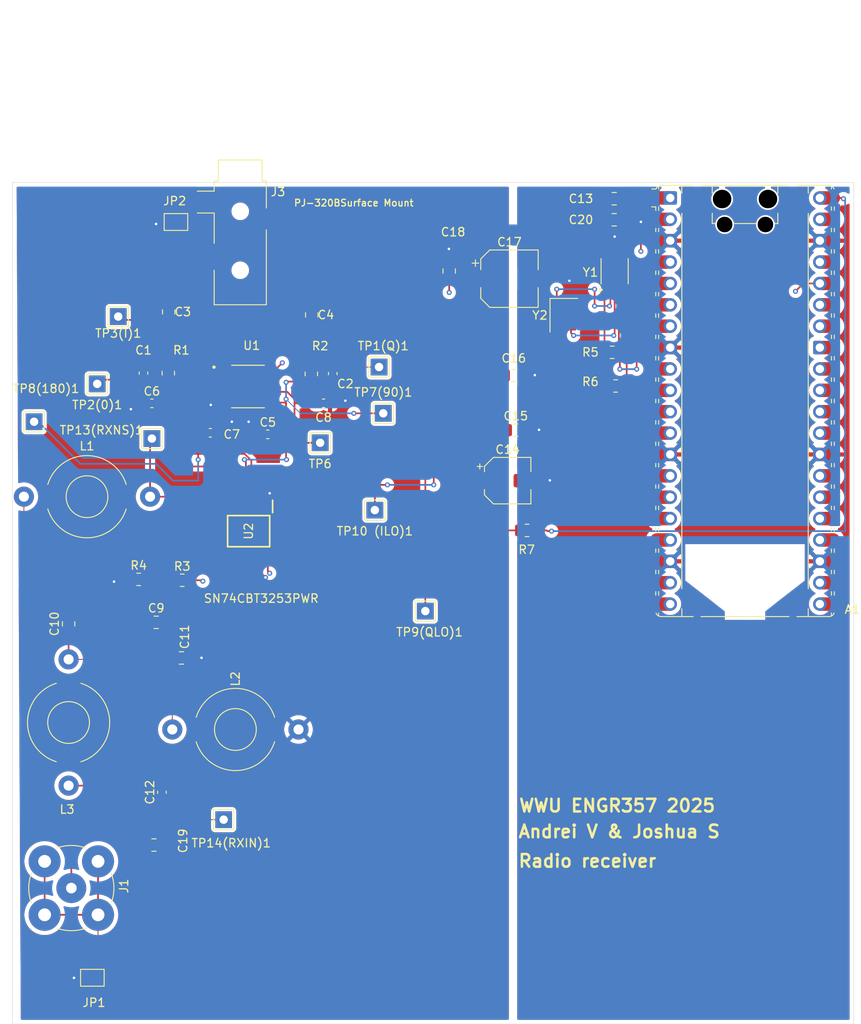
<source format=kicad_pcb>
(kicad_pcb (version 20241229) (generator "pcbnew") (generator_version "9.0")
  (layers (0 "F.Cu" signal) (4 "In1.Cu" signal) (6 "In2.Cu" signal) (2 "B.Cu" signal) (13 "F.Paste" user) (15 "B.Paste" user) (5 "F.SilkS" user "F.Silkscreen") (7 "B.SilkS" user "B.Silkscreen") (1 "F.Mask" user) (3 "B.Mask" user) (25 "Edge.Cuts" user))
  (net 0 "")
  (net 1 "Smoothed 5V")
  (net 2 "GND")
  (net 24 "+3.3V")
  (net 30 "GPIO2")
  (net 31 "GPIO3")
  (net 32 "+5V")
  (net 35 "Net-(U1-1OUT)")
  (net 36 "Net-(U1-1IN-)")
  (net 37 "Net-(U1-2OUT)")
  (net 38 "Net-(U1-2IN-)")
  (net 39 "I")
  (net 40 "Q")
  (net 41 "Net-(U1-1IN+)")
  (net 42 "Net-(U1-2IN+)")
  (net 43 "Net-(C10-Pad1)")
  (net 44 "Net-(C10-Pad2)")
  (net 45 "Net-(J1-In)")
  (net 46 "Net-(C12-Pad2)")
  (net 47 "Net-(Y1-XB)")
  (net 48 "Net-(Y1-XA)")
  (net 49 "Net-(C12-Pad1)")
  (net 50 "Net-(J1-Ext)")
  (net 51 "Net-(JP2-B)")
  (net 83 "Net-(U2-1A)")
  (net 84 "Net-(U2-S0)")
  (net 85 "Net-(U2-S1)")
  (footprint "Resistor_SMD:R_0805_2012Metric" (layer "F.Cu") (at 32.1775 59.2675)
    (property "Reference" "R3")
    (property "Value" "10k")
  )
  (footprint "Resistor_SMD:R_0805_2012Metric" (layer "F.Cu") (at 73.1625 53.345 180)
    (property "Reference" "R7")
    (property "Value" "10")
  )
  (footprint "TestPoint:TestPoint_THTPad_2.0x2.0mm_Drill1.0mm" (layer "F.Cu") (at 14.575 40.4325)
    (property "Reference" "TP8(180)1")
    (property "Value" "TestPoint")
  )
  (footprint "Capacitor_SMD:C_0805_2012Metric" (layer "F.Cu") (at 18.675 64.445 90)
    (property "Reference" "C10")
    (property "Value" "510pF")
  )
  (footprint "Capacitor_SMD:C_0805_2012Metric" (layer "F.Cu") (at 28.82 90.73)
    (property "Reference" "C19")
    (property "Value" "100nF")
  )
  (footprint "Capacitor_SMD:C_0603_1608Metric" (layer "F.Cu") (at 42.35 41.9325)
    (property "Reference" "C5")
    (property "Value" "6.8nF")
  )
  (footprint "Resistor_SMD:R_0805_2012Metric" (layer "F.Cu") (at 47.525 34.7475 -90)
    (property "Reference" "R2")
    (property "Value" "250")
  )
  (footprint "Jumper:SolderJumper-2_P1.3mm_Open_Pad1.0x1.5mm" (layer "F.Cu") (at 31.435 16.7)
    (property "Reference" "JP2")
    (property "Value" "Jumper_2_Open")
  )
  (footprint "Jumper:SolderJumper-2_P1.3mm_Open_Pad1.0x1.5mm" (layer "F.Cu") (at 21.5 106.5 180)
    (property "Reference" "JP1")
    (property "Value" "Jumper_2_Open")
  )
  (footprint "TestPoint:TestPoint_THTPad_2.0x2.0mm_Drill1.0mm" (layer "F.Cu") (at 55.575 33.9325 -90)
    (property "Reference" "TP1(Q)1")
    (property "Value" "TestPoint")
  )
  (footprint "TestPoint:TestPoint_THTPad_2.0x2.0mm_Drill1.0mm" (layer "F.Cu") (at 56.075 39.4325)
    (property "Reference" "TP7(90)1")
    (property "Value" "TestPoint")
  )
  (footprint "Inductor_THT:L_Toroid_Horizontal_D9.5mm_P15.00mm_Diameter10-5mm_Amidon-T37" (layer "F.Cu") (at 31 77)
    (property "Reference" "L2")
    (property "Value" "1.5uH")
  )
  (footprint "Capacitor_SMD:C_0603_1608Metric" (layer "F.Cu") (at 28.575 38.2475)
    (property "Reference" "C6")
    (property "Value" "6.8nF")
  )
  (footprint "Capacitor_SMD:C_0805_2012Metric" (layer "F.Cu") (at 71.825 41.4325)
    (property "Reference" "C15")
    (property "Value" "10uF")
  )
  (footprint "Connector_Audio:Jack_3.5mm_CUI_SJ-3523-SMT_Horizontal" (layer "F.Cu") (at 39.075 17.9325)
    (property "Reference" "J3")
    (property "Value" "PJ-320BSurface Mount")
  )
  (footprint "Capacitor_SMD:C_0603_1608Metric" (layer "F.Cu") (at 48.975 38.2475 180)
    (property "Reference" "C8")
    (property "Value" "6.8nF")
  )
  (footprint "TestPoint:TestPoint_THTPad_2.0x2.0mm_Drill1.0mm" (layer "F.Cu") (at 24.575 27.9325 180)
    (property "Reference" "TP3(I)1")
    (property "Value" "TestPoint")
  )
  (footprint "Capacitor_SMD:C_0805_2012Metric" (layer "F.Cu") (at 30.575 27.3825 -90)
    (property "Reference" "C3")
    (property "Value" "1uF")
  )
  (footprint "Capacitor_SMD:C_0603_1608Metric" (layer "F.Cu") (at 27.575 34.6575 -90)
    (property "Reference" "C1")
    (property "Value" "6.8nF")
  )
  (footprint "Resistor_SMD:R_0805_2012Metric" (layer "F.Cu") (at 83.695 36.1825 180)
    (property "Reference" "R6")
    (property "Value" "4.7k")
  )
  (footprint "Capacitor_SMD:CP_Elec_6.3x5.4" (layer "F.Cu") (at 71.075 23.4325)
    (property "Reference" "C17")
    (property "Value" "220uF")
  )
  (footprint "TestPoint:TestPoint_THTPad_2.0x2.0mm_Drill1.0mm" (layer "F.Cu") (at 61.075 62.9325 180)
    (property "Reference" "TP9(QLO)1")
    (property "Value" "TestPoint")
  )
  (footprint "Capacitor_SMD:C_0805_2012Metric" (layer "F.Cu") (at 83.525 16.4325 180)
    (property "Reference" "C13")
    (property "Value" "22pF")
  )
  (footprint "Resistor_SMD:R_0805_2012Metric" (layer "F.Cu") (at 27.0025 59.1625)
    (property "Reference" "R4")
    (property "Value" "10k")
  )
  (footprint "TestPoint:TestPoint_THTPad_2.0x2.0mm_Drill1.0mm" (layer "F.Cu") (at 55.075 50.9325 180)
    (property "Reference" "TP10 (ILO)1")
    (property "Value" "TestPoint")
  )
  (footprint "Capacitor_SMD:C_0805_2012Metric" (layer "F.Cu") (at 29.09 64.2675)
    (property "Reference" "C9")
    (property "Value" "100nF")
  )
  (footprint "Inductor_THT:L_Toroid_Horizontal_D9.5mm_P15.00mm_Diameter10-5mm_Amidon-T37" (layer "F.Cu") (at 18.675 83.67 90)
    (property "Reference" "L3")
    (property "Value" "330nH")
  )
  (footprint "TestPoint:TestPoint_THTPad_2.0x2.0mm_Drill1.0mm" (layer "F.Cu") (at 48.575 42.9325 180)
    (property "Reference" "TP6")
    (property "Value" "TestPoint")
  )
  (footprint "Capacitor_SMD:C_0603_1608Metric" (layer "F.Cu") (at 50.075 34.7075 -90)
    (property "Reference" "C2")
    (property "Value" "6.8nF")
  )
  (footprint "SN74CBT3253CPWR:SOP65P640X120-16N" (layer "F.Cu") (at 40.075 53.4325 -90)
    (property "Reference" "U2")
    (property "Value" "SN74CBT3253PWR")
  )
  (footprint "Resistor_SMD:R_0805_2012Metric" (layer "F.Cu") (at 83.2825 32.1825 180)
    (property "Reference" "R5")
    (property "Value" "4.7k")
  )
  (footprint "TestPoint:TestPoint_THTPad_2.0x2.0mm_Drill1.0mm" (layer "F.Cu") (at 28.575 42.4325 180)
    (property "Reference" "TP13(RXNS)1")
    (property "Value" "TestPoint")
  )
  (footprint "Package_SO:MSOP-10_3x3mm_P0.5mm" (layer "F.Cu") (at 83.575 22.545 90)
    (property "Reference" "Y1")
    (property "Value" "MS5351M")
  )
  (footprint "Capacitor_SMD:C_0603_1608Metric" (layer "F.Cu") (at 35.525 41.7475 180)
    (property "Reference" "C7")
    (property "Value" "6.8nF")
  )
  (footprint "Capacitor_SMD:C_0805_2012Metric" (layer "F.Cu") (at 47.575 27.7375 -90)
    (property "Reference" "C4")
    (property "Value" "1uF")
  )
  (footprint "Capacitor_SMD:C_0603_1608Metric" (layer "F.Cu") (at 29.77 84.455 90)
    (property "Reference" "C12")
    (property "Value" "1.6nF")
  )
  (footprint "Inductor_THT:L_Toroid_Horizontal_D9.5mm_P15.00mm_Diameter10-5mm_Amidon-T37" (layer "F.Cu") (at 13.36 49.3375)
    (property "Reference" "L1")
    (property "Value" "1uH")
  )
  (footprint "Capacitor_SMD:C_0805_2012Metric" (layer "F.Cu") (at 63.9125 22.52 90)
    (property "Reference" "C18")
    (property "Value" "100nF" (hide yes))
  )
  (footprint "NE5532DR:SOIC127P599X175-8N" (layer "F.Cu") (at 39.995 36.2475)
    (property "Reference" "U1")
    (property "Value" "TLV2172IDR")
  )
  (footprint "TestPoint:TestPoint_THTPad_2.0x2.0mm_Drill1.0mm" (layer "F.Cu") (at 37.105 87.715 -90)
    (property "Reference" "TP14(RXIN)1")
    (property "Value" "TestPoint")
  )
  (footprint "Capacitor_SMD:C_0805_2012Metric" (layer "F.Cu") (at 83.525 13.9325 180)
    (property "Reference" "C20")
    (property "Value" "100nF")
  )
  (footprint "Capacitor_SMD:CP_Elec_5x5.4" (layer "F.Cu") (at 70.8625 47.4325)
    (property "Reference" "C14")
    (property "Value" "100uF")
  )
  (footprint "Crystal:Crystal_SMD_TXC_7M-4Pin_3.2x2.5mm" (layer "F.Cu") (at 77.545 27.7825 -90)
    (property "Reference" "Y2")
    (property "Value" "XC322525MOB4SA-18" (hide yes))
  )
  (footprint "Resistor_SMD:R_0805_2012Metric" (layer "F.Cu") (at 30.525 34.66 -90)
    (property "Reference" "R1")
    (property "Value" "250")
  )
  (footprint "Module:RaspberryPi_Pico_Common_Unspecified" (layer "F.Cu") (at 99.075 37.97)
    (property "Reference" "A1")
    (property "Value" "RaspberryPi_Pico")
  )
  (footprint "Capacitor_SMD:C_0805_2012Metric" (layer "F.Cu") (at 71.575 34.9325)
    (property "Reference" "C16")
    (property "Value" "100nF")
  )
  (footprint "Connector_Coaxial:BNC_TEConnectivity_1478204_Vertical" (layer "F.Cu") (at 19 95.845 -90)
    (property "Reference" "J1")
    (property "Value" "Conn_Coaxial")
  )
  (footprint "TestPoint:TestPoint_THTPad_2.0x2.0mm_Drill1.0mm" (layer "F.Cu") (at 22.075 35.9325 180)
    (property "Reference" "TP2(0)1")
    (property "Value" "TestPoint")
  )
  (footprint "Capacitor_SMD:C_0805_2012Metric" (layer "F.Cu") (at 32.09 68.5)
    (property "Reference" "C11")
    (property "Value" "360pF")
  )
  (gr_line (start 112 112) (end 12 112) (stroke (width 0.05)) (layer "Edge.Cuts"))
  (gr_line (start 12 12) (end 112 12) (stroke (width 0.05)) (layer "Edge.Cuts"))
  (gr_line (start 112 12) (end 112 112) (stroke (width 0.05)) (layer "Edge.Cuts"))
  (gr_line (start 12 112) (end 12 12) (stroke (width 0.05)) (layer "Edge.Cuts"))
  (gr_text "Radio receiver" (at 72 93.5 0) (layer "F.SilkS") (effects (font (size 1.5 1.5) (thickness 0.3) (bold yes)) (justify left bottom)))
  (gr_text "WWU ENGR357 2025" (at 72.075 86.9325 0) (layer "F.SilkS") (effects (font (size 1.5 1.5) (thickness 0.3) (bold yes)) (justify left bottom)))
  (gr_text "Andrei V & Joshua S" (at 72 90 0) (layer "F.SilkS") (effects (font (size 1.5 1.5) (thickness 0.3) (bold yes)) (justify left bottom)))
  (segment (start 33.09 59.2675) (end 33.09 61.2175) (width 0.2) (layer "F.Cu") (net 1))
  (segment (start 68.4125 34.9325) (end 70.625 34.9325) (width 0.2) (layer "F.Cu") (net 1))
  (segment (start 42.35 58.2075) (end 42.575 58.4325) (width 0.2) (layer "F.Cu") (net 1))
  (segment (start 33.09 59.2675) (end 33.09 59.33) (width 0.2) (layer "F.Cu") (net 1))
  (segment (start 68.6625 41.4325) (end 70.875 41.4325) (width 0.2) (layer "F.Cu") (net 1))
  (segment (start 42.465 34.3425) (end 43.165 34.3425) (width 0.2) (layer "F.Cu") (net 1))
  (segment (start 70.625 40.7075) (end 70.625 34.9325) (width 0.2) (layer "F.Cu") (net 1))
  (segment (start 33.09 59.2675) (end 34.5275 59.2675) (width 0.2) (layer "F.Cu") (net 1))
  (segment (start 68.6625 52.52) (end 68.6625 47.4325) (width 0.2) (layer "F.Cu") (net 1))
  (segment (start 33.09 61.2175) (end 30.04 64.2675) (width 0.2) (layer "F.Cu") (net 1))
  (segment (start 68.4125 23.57) (end 68.275 23.4325) (width 0.2) (layer "F.Cu") (net 1))
  (segment (start 70.875 41.4325) (end 70.875 40.9575) (width 0.2) (layer "F.Cu") (net 1))
  (segment (start 42.35 56.3705) (end 42.35 58.2075) (width 0.2) (layer "F.Cu") (net 1))
  (segment (start 68.275 23.4325) (end 63.95 23.4325) (width 0.2) (layer "F.Cu") (net 1))
  (segment (start 33.09 59.33) (end 33.1325 59.3725) (width 0.2) (layer "F.Cu") (net 1))
  (segment (start 68.6625 47.4325) (end 68.6625 41.4325) (width 0.2) (layer "F.Cu") (net 1))
  (segment (start 63.9125 23.47) (end 63.9125 25.07) (width 0.2) (layer "F.Cu") (net 1))
  (segment (start 68.225 23.3825) (end 68.275 23.4325) (width 0.2) (layer "F.Cu") (net 1))
  (segment (start 69.4875 53.345) (end 68.6625 52.52) (width 0.2) (layer "F.Cu") (net 1))
  (segment (start 72.25 53.345) (end 69.4875 53.345) (width 0.2) (layer "F.Cu") (net 1))
  (segment (start 70.875 40.9575) (end 70.625 40.7075) (width 0.2) (layer "F.Cu") (net 1))
  (segment (start 34.6325 59.3725) (end 34.5275 59.2675) (width 0.2) (layer "F.Cu") (net 1))
  (segment (start 68.4125 34.9325) (end 68.4125 23.57) (width 0.2) (layer "F.Cu") (net 1))
  (segment (start 63.95 23.4325) (end 63.9125 23.47) (width 0.2) (layer "F.Cu") (net 1))
  (segment (start 43.165 34.3425) (end 44.075 33.4325) (width 0.2) (layer "F.Cu") (net 1))
  (via (at 42.575 58.4325) (size 0.6) (drill 0.3) (layers "F.Cu" "B.Cu") (net 1))
  (via (at 44.075 33.4325) (size 0.6) (drill 0.3) (layers "F.Cu" "B.Cu") (net 1))
  (via (at 63.9125 25.07) (size 0.6) (drill 0.3) (layers "F.Cu" "B.Cu") (net 1))
  (via (at 34.6325 59.3725) (size 0.6) (drill 0.3) (layers "F.Cu" "B.Cu") (net 1))
  (segment (start 74.05 34.9325) (end 74.0875 34.895) (width 0.2) (layer "F.Cu") (net 2))
  (segment (start 33.96 68.5) (end 33.04 68.5) (width 0.2) (layer "F.Cu") (net 2))
  (segment (start 73.0625 47.4325) (end 75.8375 47.4325) (width 0.2) (layer "F.Cu") (net 2))
  (segment (start 83.575 20.4325) (end 83.575 18.4325) (width 0.1) (layer "F.Cu") (net 2))
  (segment (start 20.85 106.5) (end 19.33 106.5) (width 0.2) (layer "F.Cu") (net 2))
  (segment (start 41.7 58.5575) (end 42.075 58.9325) (width 0.2) (layer "F.Cu") (net 2))
  (segment (start 75.8375 47.4325) (end 75.875 47.395) (width 0.2) (layer "F.Cu") (net 2))
  (segment (start 74.55 41.4325) (end 74.5875 41.395) (width 0.2) (layer "F.Cu") (net 2))
  (segment (start 78.395 26.6825) (end 78.395 23.8825) (width 0.2) (layer "F.Cu") (net 2))
  (segment (start 24.345 59.1625) (end 24.075 59.4325) (width 0.2) (layer "F.Cu") (net 2))
  (segment (start 41.7 56.3705) (end 41.7 58.5575) (width 0.2) (layer "F.Cu") (net 2))
  (segment (start 28.14 61.73) (end 25.6775 59.2675) (width 0.2) (layer "F.Cu") (net 2))
  (segment (start 34.475 68.485) (end 33.975 68.485) (width 0.2) (layer "F.Cu") (net 2))
  (segment (start 27.625 38.2475) (end 26.76 38.2475) (width 0.2) (layer "F.Cu") (net 2))
  (segment (start 72.525 34.9325) (end 74.05 34.9325) (width 0.2) (layer "F.Cu") (net 2))
  (segment (start 26.76 38.2475) (end 26.075 38.9325) (width 0.2) (layer "F.Cu") (net 2))
  (segment (start 89.145 19.1325) (end 86.695 16.6825) (width 0.2) (layer "F.Cu") (net 2))
  (segment (start 42.35 50.4945) (end 42.35 49.1575) (width 0.2) (layer "F.Cu") (net 2))
  (segment (start 37.79 40.4325) (end 38.075 40.4325) (width 0.2) (layer "F.Cu") (net 2))
  (segment (start 63.9125 19.9325) (end 63.875 19.895) (width 0.2) (layer "F.Cu") (net 2))
  (segment (start 49.925 38.2475) (end 51.26 38.2475) (width 0.2) (layer "F.Cu") (net 2))
  (segment (start 26.09 59.1625) (end 24.345 59.1625) (width 0.2) (layer "F.Cu") (net 2))
  (segment (start 51.26 38.2475) (end 51.575 37.9325) (width 0.2) (layer "F.Cu") (net 2))
  (segment (start 82.575 16.4325) (end 82.575 13.9325) (width 0.2) (layer "F.Cu") (net 2))
  (segment (start 90.305 31.8325) (end 89.5 31.8325) (width 0.2) (layer "F.Cu") (net 2))
  (segment (start 78.395 23.8825) (end 78.195 23.6825) (width 0.2) (layer "F.Cu") (net 2))
  (segment (start 29.3075 16.7) (end 29.075 16.9325) (width 0.2) (layer "F.Cu") (net 2))
  (segment (start 42.35 49.1575) (end 42.575 48.9325) (width 0.2) (layer "F.Cu") (net 2))
  (segment (start 37.525 38.1525) (end 35.855 38.1525) (width 0.2) (layer "F.Cu") (net 2))
  (segment (start 33.975 68.485) (end 33.96 68.5) (width 0.2) (layer "F.Cu") (net 2))
  (segment (start 72.775 41.4325) (end 74.55 41.4325) (width 0.2) (layer "F.Cu") (net 2))
  (segment (start 30.785 16.7) (end 29.3075 16.7) (width 0.2) (layer "F.Cu") (net 2))
  (segment (start 90.305 19.1325) (end 89.145 19.1325) (width 0.2) (layer "F.Cu") (net 2))
  (segment (start 19.33 106.5) (end 19.315 106.515) (width 0.2) (layer "F.Cu") (net 2))
  (segment (start 40.075 40.4325) (end 41.575 41.9325) (width 0.2) (layer "F.Cu") (net 2))
  (segment (start 63.9125 21.57) (end 63.9125 19.9325) (width 0.2) (layer "F.Cu") (net 2))
  (segment (start 35.855 38.1525) (end 35.575 38.4325) (width 0.2) (layer "F.Cu") (net 2))
  (segment (start 28.14 64.2675) (end 28.14 61.73) (width 0.2) (layer "F.Cu") (net 2))
  (segment (start 36.475 41.7475) (end 37.79 40.4325) (width 0.2) (layer "F.Cu") (net 2))
  (via (at 63.875 19.895) (size 0.6) (drill 0.3) (layers "F.Cu" "B.Cu") (net 2))
  (via (at 29.075 16.9325) (size 0.6) (drill 0.3) (layers "F.Cu" "B.Cu") (net 2))
  (via (at 42.075 58.9325) (size 0.6) (drill 0.3) (layers "F.Cu" "B.Cu") (net 2))
  (via (at 26.075 38.9325) (size 0.6) (drill 0.3) (layers "F.Cu" "B.Cu") (net 2))
  (via (at 74.0875 34.895) (size 0.6) (drill 0.3) (layers "F.Cu" "B.Cu") (net 2))
  (via (at 83.575 18.4325) (size 0.6) (drill 0.3) (layers "F.Cu" "B.Cu") (net 2))
  (via (at 42.575 48.9325) (size 0.6) (drill 0.3) (layers "F.Cu" "B.Cu") (net 2))
  (via (at 51.575 37.9325) (size 0.6) (drill 0.3) (layers "F.Cu" "B.Cu") (net 2))
  (via (at 38.075 40.4325) (size 0.6) (drill 0.3) (layers "F.Cu" "B.Cu") (net 2))
  (via (at 75.875 47.395) (size 0.6) (drill 0.3) (layers "F.Cu" "B.Cu") (net 2))
  (via (at 35.575 38.4325) (size 0.6) (drill 0.3) (layers "F.Cu" "B.Cu") (net 2))
  (via (at 19.315 106.515) (size 0.6) (drill 0.3) (layers "F.Cu" "B.Cu") (net 2))
  (via (at 24.075 59.4325) (size 0.6) (drill 0.3) (layers "F.Cu" "B.Cu") (net 2))
  (via (at 78.195 23.6825) (size 0.6) (drill 0.3) (layers "F.Cu" "B.Cu") (net 2))
  (via (at 34.475 68.485) (size 0.6) (drill 0.3) (layers "F.Cu" "B.Cu") (net 2))
  (via (at 86.695 16.6825) (size 0.6) (drill 0.3) (layers "F.Cu" "B.Cu") (net 2))
  (via (at 40.075 40.4325) (size 0.6) (drill 0.3) (layers "F.Cu" "B.Cu") (net 2))
  (via (at 74.5875 41.395) (size 0.6) (drill 0.3) (layers "F.Cu" "B.Cu") (net 2))
  (segment (start 84.475 16.4325) (end 84.475 13.9325) (width 0.2) (layer "F.Cu") (net 24))
  (segment (start 84.475 17.2825) (end 84.475 16.4325) (width 0.2) (layer "F.Cu") (net 24))
  (segment (start 84.114775 17.642725) (end 84.475 17.2825) (width 0.2) (layer "F.Cu") (net 24))
  (segment (start 84.075 17.6825) (end 84.114775 17.642725) (width 0.2) (layer "F.Cu") (net 24))
  (segment (start 84.114775 17.642725) (end 86.695 17.642725) (width 0.2) (layer "F.Cu") (net 24))
  (segment (start 82.7825 36.1825) (end 82.7825 32.595) (width 0.2) (layer "F.Cu") (net 24))
  (segment (start 84.075 21.296848) (end 84.075 20.4325) (width 0.2) (layer "F.Cu") (net 24))
  (segment (start 82.37 24.8625) (end 82.575 24.6575) (width 0.2) (layer "F.Cu") (net 24))
  (segment (start 82.7825 32.595) (end 82.37 32.1825) (width 0.2) (layer "F.Cu") (net 24))
  (segment (start 86.695 17.642725) (end 86.695 20.1825) (width 0.2) (layer "F.Cu") (net 24))
  (segment (start 107.965 24) (end 106.0075 24) (width 0.2) (layer "F.Cu") (net 24))
  (segment (start 106.0075 24) (end 105.075 24.9325) (width 0.2) (layer "F.Cu") (net 24))
  (segment (start 82.575 22.796848) (end 84.075 21.296848) (width 0.2) (layer "F.Cu") (net 24))
  (segment (start 82.37 32.1825) (end 82.37 24.8625) (width 0.2) (layer "F.Cu") (net 24))
  (segment (start 84.075 18.1825) (end 84.075 17.6825) (width 0.2) (layer "F.Cu") (net 24))
  (segment (start 82.575 24.6575) (end 82.575 22.796848) (width 0.2) (layer "F.Cu") (net 24))
  (segment (start 84.075 20.4325) (end 84.075 18.1825) (width 0.2) (layer "F.Cu") (net 24))
  (via (at 86.695 20.1825) (size 0.6) (drill 0.3) (layers "F.Cu" "B.Cu") (net 24))
  (via (at 105.075 24.9325) (size 0.6) (drill 0.3) (layers "F.Cu" "B.Cu") (net 24))
  (segment (start 86.751 20.2385) (end 86.695 20.1825) (width 0.2) (layer "B.Cu") (net 24))
  (segment (start 84.075 32.0625) (end 84.075 24.6575) (width 0.2) (layer "F.Cu") (net 30))
  (segment (start 86.205 21.6725) (end 86.195 21.6825) (width 0.2) (layer "F.Cu") (net 30))
  (segment (start 86.195 21.6825) (end 86.195 34.1825) (width 0.2) (layer "F.Cu") (net 30))
  (segment (start 84.195 32.1825) (end 84.075 32.0625) (width 0.2) (layer "F.Cu") (net 30))
  (segment (start 84.195 34.1825) (end 84.195 32.1825) (width 0.2) (layer "F.Cu") (net 30))
  (segment (start 89.505 21.6725) (end 86.205 21.6725) (width 0.2) (layer "F.Cu") (net 30))
  (via (at 84.195 34.1825) (size 0.6) (drill 0.3) (layers "F.Cu" "B.Cu") (net 30))
  (via (at 86.195 34.1825) (size 0.6) (drill 0.3) (layers "F.Cu" "B.Cu") (net 30))
  (segment (start 86.195 34.1825) (end 84.195 34.1825) (width 0.2) (layer "B.Cu") (net 30))
  (segment (start 89.465 23.4625) (end 90.265 23.4625) (width 0.2) (layer "F.Cu") (net 31))
  (segment (start 90.305 24.2125) (end 88.165 24.2125) (width 0.2) (layer "F.Cu") (net 31))
  (segment (start 87.195 25.1825) (end 87.195 36.1825) (width 0.2) (layer "F.Cu") (net 31))
  (segment (start 88.165 24.2125) (end 87.195 25.1825) (width 0.2) (layer "F.Cu") (net 31))
  (segment (start 84.6075 36.1825) (end 85.0085 35.7815) (width 0.2) (layer "F.Cu") (net 31))
  (segment (start 85.0085 35.7815) (end 85.0085 25.091) (width 0.2) (layer "F.Cu") (net 31))
  (segment (start 85.0085 25.091) (end 84.575 24.6575) (width 0.2) (layer "F.Cu") (net 31))
  (segment (start 87.195 36.1825) (end 84.6075 36.1825) (width 0.2) (layer "F.Cu") (net 31))
  (segment (start 75.575 53.4325) (end 75.4875 53.345) (width 0.2) (layer "F.Cu") (net 32))
  (segment (start 110.6825 13.84) (end 110.775 13.9325) (width 0.2) (layer "F.Cu") (net 32))
  (segment (start 75.4875 53.345) (end 74.075 53.345) (width 0.2) (layer "F.Cu") (net 32))
  (segment (start 73.755 53.025) (end 74.075 53.345) (width 0.2) (layer "F.Cu") (net 32))
  (segment (start 76.075 53.4325) (end 75.575 53.4325) (width 0.2) (layer "F.Cu") (net 32))
  (segment (start 107.965 13.84) (end 110.6825 13.84) (width 0.2) (layer "F.Cu") (net 32))
  (via (at 110.775 13.9325) (size 0.6) (drill 0.3) (layers "F.Cu" "B.Cu") (net 32))
  (via (at 76.075 53.4325) (size 0.6) (drill 0.3) (layers "F.Cu" "B.Cu") (net 32))
  (segment (start 110.974 14.1315) (end 110.974 53.4325) (width 0.2) (layer "B.Cu") (net 32))
  (segment (start 110.775 13.9325) (end 110.974 14.1315) (width 0.2) (layer "B.Cu") (net 32))
  (segment (start 110.974 53.4325) (end 76.075 53.4325) (width 0.2) (layer "B.Cu") (net 32))
  (segment (start 36.93 33.7475) (end 37.525 34.3425) (width 0.2) (layer "F.Cu") (net 35))
  (segment (start 30.575 28.3325) (end 24.975 28.3325) (width 0.2) (layer "F.Cu") (net 35))
  (segment (start 30.5125 33.76) (end 30.525 33.7475) (width 0.2) (layer "F.Cu") (net 35))
  (segment (start 30.39 33.8825) (end 30.525 33.7475) (width 0.1) (layer "F.Cu") (net 35))
  (segment (start 27.575 33.8825) (end 30.39 33.8825) (width 0.2) (layer "F.Cu") (net 35))
  (segment (start 30.525 33.7475) (end 36.93 33.7475) (width 0.2) (layer "F.Cu") (net 35))
  (segment (start 30.525 28.3825) (end 30.575 28.3325) (width 0.2) (layer "F.Cu") (net 35))
  (segment (start 24.975 28.3325) (end 24.575 27.9325) (width 0.2) (layer "F.Cu") (net 35))
  (segment (start 30.525 33.7475) (end 30.525 28.3825) (width 0.2) (layer "F.Cu") (net 35))
  (segment (start 22.575 35.4325) (end 22.075 35.9325) (width 0.1) (layer "F.Cu") (net 36))
  (segment (start 30.4375 35.66) (end 30.525 35.5725) (width 0.2) (layer "F.Cu") (net 36))
  (segment (start 22.575 35.9325) (end 22.8475 35.66) (width 0.2) (layer "F.Cu") (net 36))
  (segment (start 32.025 35.7475) (end 32.16 35.6125) (width 0.2) (layer "F.Cu") (net 36))
  (segment (start 32.025 45.7475) (end 32.025 38.2475) (width 0.2) (layer "F.Cu") (net 36))
  (segment (start 32.16 35.6125) (end 37.525 35.6125) (width 0.2) (layer "F.Cu") (net 36))
  (segment (start 27.575 35.4325) (end 22.575 35.4325) (width 0.2) (layer "F.Cu") (net 36))
  (segment (start 32.025 38.2475) (end 32.025 35.7475) (width 0.2) (layer "F.Cu") (net 36))
  (segment (start 39.1 46.0075) (end 39.1 50.4945) (width 0.2) (layer "F.Cu") (net 36))
  (segment (start 38.84 45.7475) (end 39.1 46.0075) (width 0.2) (layer "F.Cu") (net 36))
  (segment (start 30.310032 35.4325) (end 30.347516 35.395016) (width 0.1) (layer "F.Cu") (net 36))
  (segment (start 31.85 35.5725) (end 30.525 35.5725) (width 0.2) (layer "F.Cu") (net 36))
  (segment (start 32.025 35.7475) (end 31.85 35.5725) (width 0.2) (layer "F.Cu") (net 36))
  (segment (start 32.025 45.7475) (end 38.84 45.7475) (width 0.2) (layer "F.Cu") (net 36))
  (segment (start 22.075 35.9325) (end 22.575 35.9325) (width 0.2) (layer "F.Cu") (net 36))
  (segment (start 29.525 38.2475) (end 32.025 38.2475) (width 0.2) (layer "F.Cu") (net 36))
  (segment (start 27.575 35.4325) (end 30.310032 35.4325) (width 0.2) (layer "F.Cu") (net 36))
  (segment (start 49.4775 33.835) (end 47.525 33.835) (width 0.2) (layer "F.Cu") (net 37))
  (segment (start 45.227499 33.835) (end 47.525 33.835) (width 0.2) (layer "F.Cu") (net 37))
  (segment (start 47.525 28.7375) (end 47.575 28.6875) (width 0.2) (layer "F.Cu") (net 37))
  (segment (start 49.575 33.9325) (end 49.4775 33.835) (width 0.1) (layer "F.Cu") (net 37))
  (segment (start 47.525 33.835) (end 47.525 28.7375) (width 0.2) (layer "F.Cu") (net 37))
  (segment (start 50.075 33.9325) (end 49.575 33.9325) (width 0.1) (layer "F.Cu") (net 37))
  (segment (start 42.465 35.6125) (end 43.449999 35.6125) (width 0.2) (layer "F.Cu") (net 37))
  (segment (start 50.075 33.9325) (end 55.575 33.9325) (width 0.1) (layer "F.Cu") (net 37))
  (segment (start 43.449999 35.6125) (end 45.227499 33.835) (width 0.2) (layer "F.Cu") (net 37))
  (segment (start 52.575 39.4325) (end 56.075 39.4325) (width 0.2) (layer "F.Cu") (net 38))
  (segment (start 50.075 35.4825) (end 47.7025 35.4825) (width 0.2) (layer "F.Cu") (net 38))
  (segment (start 44.525 41.7475) (end 44.34 41.9325) (width 0.2) (layer "F.Cu") (net 38))
  (segment (start 44.525 38.2475) (end 44.4939 38.2164) (width 0.2) (layer "F.Cu") (net 38))
  (segment (start 39.575 44.9325) (end 39.75 45.1075) (width 0.2) (layer "F.Cu") (net 38))
  (segment (start 44.34 41.9325) (end 43.125 41.9325) (width 0.2) (layer "F.Cu") (net 38))
  (segment (start 44.6125 35.66) (end 47.525 35.66) (width 0.2) (layer "F.Cu") (net 38))
  (segment (start 44.4939 38.2164) (end 44.4939 37.7786) (width 0.2) (layer "F.Cu") (net 38))
  (segment (start 47.7025 35.4825) (end 47.702484 35.482516) (width 0.1) (layer "F.Cu") (net 38))
  (segment (start 44.525 35.7475) (end 44.6125 35.66) (width 0.2) (layer "F.Cu") (net 38))
  (segment (start 44.525 43.9325) (end 44.525 41.7475) (width 0.2) (layer "F.Cu") (net 38))
  (segment (start 44.525 44.8825) (end 44.575 44.9325) (width 0.2) (layer "F.Cu") (net 38))
  (segment (start 39.75 45.1075) (end 39.75 50.4945) (width 0.2) (layer "F.Cu") (net 38))
  (segment (start 44.4939 37.7786) (end 44.525 37.7475) (width 0.2) (layer "F.Cu") (net 38))
  (segment (start 44.525 41.7475) (end 44.525 38.2475) (width 0.2) (layer "F.Cu") (net 38))
  (segment (start 44.525 43.9325) (end 44.525 44.8825) (width 0.2) (layer "F.Cu") (net 38))
  (segment (start 44.43 38.1525) (end 42.465 38.1525) (width 0.2) (layer "F.Cu") (net 38))
  (segment (start 44.525 38.2475) (end 44.43 38.1525) (width 0.2) (layer "F.Cu") (net 38))
  (via (at 39.575 44.9325) (size 0.6) (drill 0.3) (layers "F.Cu" "B.Cu") (net 38))
  (via (at 52.575 39.4325) (size 0.6) (drill 0.3) (layers "F.Cu" "B.Cu") (net 38))
  (via (at 44.525 35.7475) (size 0.6) (drill 0.3) (layers "F.Cu" "B.Cu") (net 38))
  (via (at 44.525 37.7475) (size 0.6) (drill 0.3) (layers "F.Cu" "B.Cu") (net 38))
  (via (at 44.575 44.9325) (size 0.6) (drill 0.3) (layers "F.Cu" "B.Cu") (net 38))
  (segment (start 46.21 39.4325) (end 52.575 39.4325) (width 0.2) (layer "B.Cu") (net 38))
  (segment (start 44.525 37.7475) (end 44.525 35.7475) (width 0.2) (layer "B.Cu") (net 38))
  (segment (start 44.575 44.9325) (end 39.575 44.9325) (width 0.2) (layer "B.Cu") (net 38))
  (segment (start 46.21 39.4325) (end 46.1425 39.365) (width 0.1) (layer "B.Cu") (net 38))
  (segment (start 46.1425 39.365) (end 44.525 37.7475) (width 0.1) (layer "B.Cu") (net 38))
  (segment (start 30.575 26.4325) (end 34.5675 26.4325) (width 0.1) (layer "F.Cu") (net 39))
  (segment (start 35.375 25.625) (end 35.375 20.8325) (width 0.1) (layer "F.Cu") (net 39))
  (segment (start 34.5675 26.4325) (end 35.375 25.625) (width 0.1) (layer "F.Cu") (net 39))
  (segment (start 44.975 16.3325) (end 42.775 16.3325) (width 0.2) (layer "F.Cu") (net 40))
  (segment (start 47.575 18.9325) (end 44.975 16.3325) (width 0.2) (layer "F.Cu") (net 40))
  (segment (start 47.575 26.7875) (end 47.575 18.9325) (width 0.2) (layer "F.Cu") (net 40))
  (segment (start 33.025 41.7475) (end 33.025 37.7475) (width 0.2) (layer "F.Cu") (net 41))
  (segment (start 34.075 44.2475) (end 39.598521 44.2475) (width 0.2) (layer "F.Cu") (net 41))
  (segment (start 39.598521 44.2475) (end 40.4 45.048979) (width 0.2) (layer "F.Cu") (net 41))
  (segment (start 33.025 37.7475) (end 33.89 36.8825) (width 0.2) (layer "F.Cu") (net 41))
  (segment (start 33.025 41.7475) (end 33.025 44.2475) (width 0.2) (layer "F.Cu") (net 41))
  (segment (start 33.025 44.2475) (end 34.075 44.2475) (width 0.2) (layer "F.Cu") (net 41))
  (segment (start 40.4 45.048979) (end 40.4 50.4945) (width 0.2) (layer "F.Cu") (net 41))
  (segment (start 33.025 41.7475) (end 34.575 41.7475) (width 0.2) (layer "F.Cu") (net 41))
  (segment (start 34.075 44.9325) (end 34.075 44.2475) (width 0.2) (layer "F.Cu") (net 41))
  (segment (start 33.89 36.8825) (end 37.525 36.8825) (width 0.2) (layer "F.Cu") (net 41))
  (via (at 34.075 44.9325) (size 0.6) (drill 0.3) (layers "F.Cu" "B.Cu") (net 41))
  (segment (start 29.075 45.4325) (end 20.075 45.4325) (width 0.2) (layer "B.Cu") (net 41))
  (segment (start 34.076 47.4325) (end 31.075 47.4325) (width 0.2) (layer "B.Cu") (net 41))
  (segment (start 20.075 45.4325) (end 15.075 40.4325) (width 0.2) (layer "B.Cu") (net 41))
  (segment (start 34.076 47.4325) (end 34.076 44.9335) (width 0.2) (layer "B.Cu") (net 41))
  (segment (start 34.076 44.9335) (end 34.075 44.9325) (width 0.2) (layer "B.Cu") (net 41))
  (segment (start 31.075 47.4325) (end 29.075 45.4325) (width 0.2) (layer "B.Cu") (net 41))
  (segment (start 15.075 40.4325) (end 14.575 40.4325) (width 0.2) (layer "B.Cu") (net 41))
  (segment (start 44.66 36.8825) (end 42.465 36.8825) (width 0.2) (layer "F.Cu") (net 42))
  (segment (start 41.05 45.9575) (end 41.05 50.4945) (width 0.2) (layer "F.Cu") (net 42))
  (segment (start 45.525 38.2475) (end 45.525 37.7475) (width 0.2) (layer "F.Cu") (net 42))
  (segment (start 45.525 37.7475) (end 44.66 36.8825) (width 0.2) (layer "F.Cu") (net 42))
  (segment (start 45.525 38.2475) (end 48.025 38.2475) (width 0.2) (layer "F.Cu") (net 42))
  (segment (start 45.525 42.9325) (end 48.575 42.9325) (width 0.2) (layer "F.Cu") (net 42))
  (segment (start 45.525 38.2475) (end 45.525 42.9325) (width 0.2) (layer "F.Cu") (net 42))
  (segment (start 45.525 42.9325) (end 45.525 45.7475) (width 0.2) (layer "F.Cu") (net 42))
  (segment (start 45.34 45.9325) (end 41.075 45.9325) (width 0.2) (layer "F.Cu") (net 42))
  (segment (start 45.525 45.7475) (end 45.34 45.9325) (width 0.2) (layer "F.Cu") (net 42))
  (segment (start 41.075 45.9325) (end 41.05 45.9575) (width 0.2) (layer "F.Cu") (net 42))
  (segment (start 31 71) (end 31 77) (width 0.1) (layer "F.Cu") (net 43))
  (segment (start 18.675 68.67) (end 24.67 68.67) (width 0.1) (layer "F.Cu") (net 43))
  (segment (start 31 70.5) (end 31.14 70.36) (width 0.1) (layer "F.Cu") (net 43))
  (segment (start 24.67 68.67) (end 27 71) (width 0.1) (layer "F.Cu") (net 43))
  (segment (start 18.63 68.715) (end 18.675 68.67) (width 0.2) (layer "F.Cu") (net 43))
  (segment (start 27 71) (end 31 71) (width 0.1) (layer "F.Cu") (net 43))
  (segment (start 31.14 70.36) (end 31.14 68.5) (width 0.1) (layer "F.Cu") (net 43))
  (segment (start 18.675 68.67) (end 18.675 65.395) (width 0.2) (layer "F.Cu") (net 43))
  (segment (start 31 71) (end 31 70.5) (width 0.1) (layer "F.Cu") (net 43))
  (segment (start 13.36 59.86) (end 13.945 60.445) (width 0.1) (layer "F.Cu") (net 44))
  (segment (start 18.675 60.445) (end 18.675 63.495) (width 0.1) (layer "F.Cu") (net 44))
  (segment (start 13.36 49.3375) (end 13.36 59.86) (width 0.1) (layer "F.Cu") (net 44))
  (segment (start 13.945 60.445) (end 18.675 60.445) (width 0.1) (layer "F.Cu") (net 44))
  (segment (start 21.27 88.23) (end 19 90.5) (width 0.2) (layer "F.Cu") (net 45))
  (segment (start 25.37 88.23) (end 21.27 88.23) (width 0.2) (layer "F.Cu") (net 45))
  (segment (start 19 90.5) (end 19 95.845) (width 0.2) (layer "F.Cu") (net 45))
  (segment (start 27.87 90.73) (end 25.37 88.23) (width 0.2) (layer "F.Cu") (net 45))
  (segment (start 18.675 83.67) (end 29.76 83.67) (width 0.2) (layer "F.Cu") (net 46))
  (segment (start 29.76 83.67) (end 29.77 83.68) (width 0.2) (layer "F.Cu") (net 46))
  (segment (start 78.395 28.8825) (end 78.395 29.8825) (width 0.2) (layer "F.Cu") (net 47))
  (segment (start 83.475 30.1825) (end 83.575 30.0825) (width 0.2) (layer "F.Cu") (net 47))
  (segment (start 83.575 30.0825) (end 83.575 24.6575) (width 0.2) (layer "F.Cu") (net 47))
  (segment (start 78.395 29.8825) (end 78.695 30.1825) (width 0.2) (layer "F.Cu") (net 47))
  (via (at 83.475 30.1825) (size 0.6) (drill 0.3) (layers "F.Cu" "B.Cu") (net 47))
  (via (at 78.695 30.1825) (size 0.6) (drill 0.3) (layers "F.Cu" "B.Cu") (net 47))
  (segment (start 78.695 30.1825) (end 83.475 30.1825) (width 0.2) (layer "B.Cu") (net 47))
  (segment (start 81.195 24.6825) (end 81.195 26.6825) (width 0.2) (layer "F.Cu") (net 48))
  (segment (start 82.97 26.6825) (end 83.075 26.5775) (width 0.2) (layer "F.Cu") (net 48))
  (segment (start 76.695 26.6825) (end 76.695 24.6825) (width 0.2) (layer "F.Cu") (net 48))
  (segment (start 83.075 26.5775) (end 83.075 24.6575) (width 0.2) (layer "F.Cu") (net 48))
  (via (at 82.97 26.6825) (size 0.6) (drill 0.3) (layers "F.Cu" "B.Cu") (net 48))
  (via (at 81.195 24.6825) (size 0.6) (drill 0.3) (layers "F.Cu" "B.Cu") (net 48))
  (via (at 81.195 26.6825) (size 0.6) (drill 0.3) (layers "F.Cu" "B.Cu") (net 48))
  (via (at 76.695 24.6825) (size 0.6) (drill 0.3) (layers "F.Cu" "B.Cu") (net 48))
  (segment (start 81.195 26.6825) (end 82.97 26.6825) (width 0.2) (layer "B.Cu") (net 48))
  (segment (start 76.695 24.6825) (end 81.195 24.6825) (width 0.2) (layer "B.Cu") (net 48))
  (segment (start 29.77 87.5) (end 29.77 90.73) (width 0.2) (layer "F.Cu") (net 49))
  (segment (start 30 87.5) (end 30.215 87.715) (width 0.1) (layer "F.Cu") (net 49))
  (segment (start 29.77 87.5) (end 30 87.5) (width 0.1) (layer "F.Cu") (net 49))
  (segment (start 30.215 87.715) (end 37.105 87.715) (width 0.1) (layer "F.Cu") (net 49))
  (segment (start 29.77 85.23) (end 29.77 87.5) (width 0.2) (layer "F.Cu") (net 49))
  (segment (start 22.195 106.455) (end 22.15 106.5) (width 0.2) (layer "F.Cu") (net 50))
  (segment (start 22.175 99.02) (end 22.175 106.475) (width 0.1) (layer "F.Cu") (net 50))
  (segment (start 15.825 99.02) (end 15.825 92.67) (width 0.2) (layer "F.Cu") (net 50))
  (segment (start 15.825 99.02) (end 22.175 99.02) (width 0.2) (layer "F.Cu") (net 50))
  (segment (start 22.175 106.475) (end 22.15 106.5) (width 0.1) (layer "F.Cu") (net 50))
  (segment (start 22.175 92.67) (end 22.175 99.02) (width 0.2) (layer "F.Cu") (net 50))
  (segment (start 32.085 16.7) (end 33.0075 16.7) (width 0.1) (layer "F.Cu") (net 51))
  (segment (start 33.0075 16.7) (end 35.375 14.3325) (width 0.1) (layer "F.Cu") (net 51))
  (segment (start 28.36 49.3375) (end 28.36 42.6475) (width 0.2) (layer "F.Cu") (net 83))
  (segment (start 31.075 49.3375) (end 38.0075 49.3375) (width 0.2) (layer "F.Cu") (net 83))
  (segment (start 30.075 59.2675) (end 29.6325 59.2675) (width 0.2) (layer "F.Cu") (net 83))
  (segment (start 30.075 59.2675) (end 30.075 50.3375) (width 0.2) (layer "F.Cu") (net 83))
  (segment (start 28.36 49.3375) (end 31.075 49.3375) (width 0.2) (layer "F.Cu") (net 83))
  (segment (start 28.36 42.6475) (end 28.575 42.4325) (width 0.2) (layer "F.Cu") (net 83))
  (segment (start 31.265 59.2675) (end 30.075 59.2675) (width 0.2) (layer "F.Cu") (net 83))
  (segment (start 38.45 49.78) (end 38.45 50.4945) (width 0.2) (layer "F.Cu") (net 83))
  (segment (start 30.075 50.3375) (end 31.075 49.3375) (width 0.2) (layer "F.Cu") (net 83))
  (segment (start 29.6325 59.2675) (end 27.5025 59.2675) (width 0.2) (layer "F.Cu") (net 83))
  (segment (start 38.0075 49.3375) (end 38.45 49.78) (width 0.2) (layer "F.Cu") (net 83))
  (segment (start 61.075 59.9325) (end 61.075 62.9325) (width 0.2) (layer "F.Cu") (net 84))
  (segment (start 41.05 56.3705) (end 41.05 59.9075) (width 0.2) (layer "F.Cu") (net 84))
  (segment (start 61.075 17.9325) (end 61.075 57.9325) (width 0.2) (layer "F.Cu") (net 84))
  (segment (start 83.075 20.4325) (end 83.075 17.9325) (width 0.2) (layer "F.Cu") (net 84))
  (segment (start 61.075 57.9325) (end 61.075 59.9325) (width 0.2) (layer "F.Cu") (net 84))
  (segment (start 41.075 59.9325) (end 61.075 59.9325) (width 0.2) (layer "F.Cu") (net 84))
  (segment (start 41.05 59.9075) (end 41.075 59.9325) (width 0.2) (layer "F.Cu") (net 84))
  (segment (start 83.075 17.9325) (end 61.075 17.9325) (width 0.2) (layer "F.Cu") (net 84))
  (segment (start 82.575 20.4325) (end 82.575 18.4325) (width 0.2) (layer "F.Cu") (net 85))
  (segment (start 62.075 18.9325) (end 62.075 47.9325) (width 0.2) (layer "F.Cu") (net 85))
  (segment (start 41.7 48.3075) (end 41.7 50.4945) (width 0.2) (layer "F.Cu") (net 85))
  (segment (start 42.075 47.9325) (end 41.7 48.3075) (width 0.2) (layer "F.Cu") (net 85))
  (segment (start 55.075 47.9325) (end 55.075 50.9325) (width 0.2) (layer "F.Cu") (net 85))
  (segment (start 82.575 18.4325) (end 62.575 18.4325) (width 0.2) (layer "F.Cu") (net 85))
  (segment (start 56.575 47.9325) (end 55.075 47.9325) (width 0.2) (layer "F.Cu") (net 85))
  (segment (start 55.075 47.9325) (end 42.075 47.9325) (width 0.2) (layer "F.Cu") (net 85))
  (segment (start 62.575 18.4325) (end 62.075 18.9325) (width 0.2) (layer "F.Cu") (net 85))
  (via (at 56.575 47.9325) (size 0.6) (drill 0.3) (layers "F.Cu" "B.Cu") (net 85))
  (via (at 62.075 47.9325) (size 0.6) (drill 0.3) (layers "F.Cu" "B.Cu") (net 85))
  (segment (start 62.075 47.9325) (end 56.575 47.9325) (width 0.2) (layer "B.Cu") (net 85))
  (zone (net 2) (net_name "GND") (layer "F.Cu") (connect_pads (clearance 0.5)) (min_thickness 0.25) (fill yes (thermal_gap 0.5) (thermal_bridge_width 0.5))
    (polygon (pts (xy 12.5 12.5) (xy 71 12.5) (xy 71 17) (xy 72 17) (xy 72 12.5) (xy 111.5 12.5) (xy 111.5 111.5) (xy 72 111.5) (xy 72 19.5) (xy 71 19.5) (xy 71 111.5) (xy 13 111.5)))
  )
  (zone (net 2) (net_name "GND") (layer "B.Cu") (priority 2) (connect_pads (clearance 0.5)) (min_thickness 0.25) (fill yes (thermal_gap 0.5) (thermal_bridge_width 0.5))
    (polygon (pts (xy 12.5 12.5) (xy 71 12.5) (xy 71 17) (xy 72 17) (xy 72 12.5) (xy 111.5 12.5) (xy 111.5 111.5) (xy 72 111.5) (xy 72 19.5) (xy 71 19.5) (xy 71 111.5) (xy 13 111.5)))
  )
)
</source>
